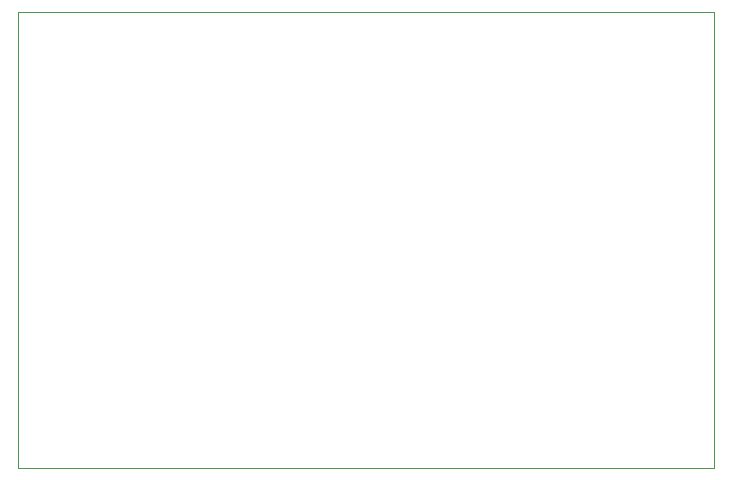
<source format=gbr>
%TF.GenerationSoftware,KiCad,Pcbnew,7.0.6-0*%
%TF.CreationDate,2024-01-22T13:27:35-05:00*%
%TF.ProjectId,regulators,72656775-6c61-4746-9f72-732e6b696361,rev?*%
%TF.SameCoordinates,Original*%
%TF.FileFunction,Profile,NP*%
%FSLAX46Y46*%
G04 Gerber Fmt 4.6, Leading zero omitted, Abs format (unit mm)*
G04 Created by KiCad (PCBNEW 7.0.6-0) date 2024-01-22 13:27:35*
%MOMM*%
%LPD*%
G01*
G04 APERTURE LIST*
%TA.AperFunction,Profile*%
%ADD10C,0.100000*%
%TD*%
G04 APERTURE END LIST*
D10*
X68834000Y-46736000D02*
X127762000Y-46736000D01*
X127762000Y-85344000D01*
X68834000Y-85344000D01*
X68834000Y-46736000D01*
M02*

</source>
